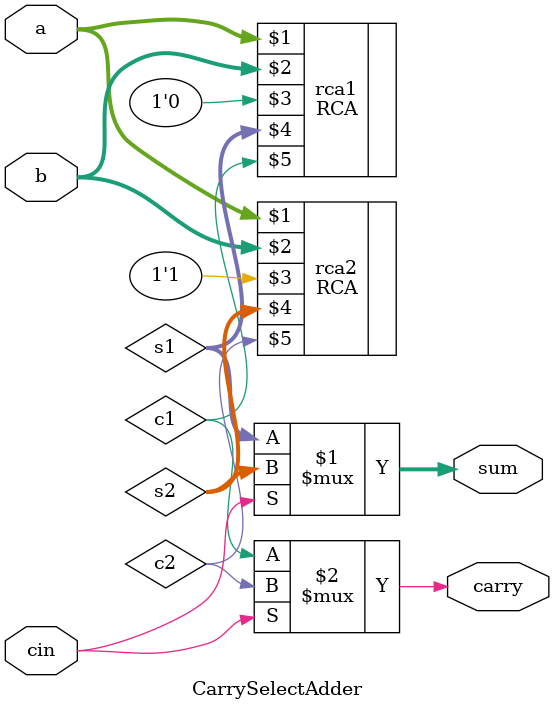
<source format=v>
module CarrySelectAdder(a,b,cin,sum,carry);
input [3:0]a,b;
input cin;
output [3:0]sum;
output carry;
wire [3:0]s1,s2;
wire c1,c2;
RCA rca1(a,b,1'b0,s1,c1);
RCA rca2(a,b,1'b1,s2,c2);
assign sum=cin?s2:s1;
assign carry=cin?c2:c1;
endmodule




</source>
